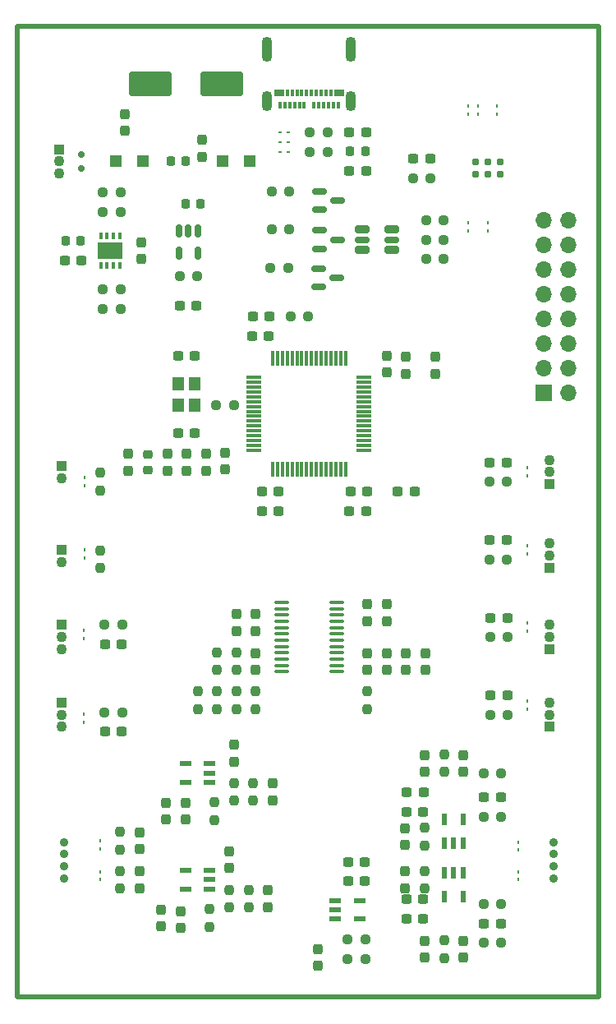
<source format=gbr>
%TF.GenerationSoftware,KiCad,Pcbnew,8.0.3*%
%TF.CreationDate,2024-06-18T17:24:28+01:00*%
%TF.ProjectId,Basic_DSP_V0_1,42617369-635f-4445-9350-5f56305f312e,rev?*%
%TF.SameCoordinates,Original*%
%TF.FileFunction,Copper,L1,Top*%
%TF.FilePolarity,Positive*%
%FSLAX46Y46*%
G04 Gerber Fmt 4.6, Leading zero omitted, Abs format (unit mm)*
G04 Created by KiCad (PCBNEW 8.0.3) date 2024-06-18 17:24:28*
%MOMM*%
%LPD*%
G01*
G04 APERTURE LIST*
G04 Aperture macros list*
%AMRoundRect*
0 Rectangle with rounded corners*
0 $1 Rounding radius*
0 $2 $3 $4 $5 $6 $7 $8 $9 X,Y pos of 4 corners*
0 Add a 4 corners polygon primitive as box body*
4,1,4,$2,$3,$4,$5,$6,$7,$8,$9,$2,$3,0*
0 Add four circle primitives for the rounded corners*
1,1,$1+$1,$2,$3*
1,1,$1+$1,$4,$5*
1,1,$1+$1,$6,$7*
1,1,$1+$1,$8,$9*
0 Add four rect primitives between the rounded corners*
20,1,$1+$1,$2,$3,$4,$5,0*
20,1,$1+$1,$4,$5,$6,$7,0*
20,1,$1+$1,$6,$7,$8,$9,0*
20,1,$1+$1,$8,$9,$2,$3,0*%
G04 Aperture macros list end*
%TA.AperFunction,SMDPad,CuDef*%
%ADD10RoundRect,0.237500X0.300000X0.237500X-0.300000X0.237500X-0.300000X-0.237500X0.300000X-0.237500X0*%
%TD*%
%TA.AperFunction,SMDPad,CuDef*%
%ADD11RoundRect,0.237500X-0.237500X0.300000X-0.237500X-0.300000X0.237500X-0.300000X0.237500X0.300000X0*%
%TD*%
%TA.AperFunction,SMDPad,CuDef*%
%ADD12RoundRect,0.237500X-0.300000X-0.237500X0.300000X-0.237500X0.300000X0.237500X-0.300000X0.237500X0*%
%TD*%
%TA.AperFunction,SMDPad,CuDef*%
%ADD13RoundRect,0.237500X0.237500X-0.300000X0.237500X0.300000X-0.237500X0.300000X-0.237500X-0.300000X0*%
%TD*%
%TA.AperFunction,SMDPad,CuDef*%
%ADD14RoundRect,0.250000X-1.950000X-1.000000X1.950000X-1.000000X1.950000X1.000000X-1.950000X1.000000X0*%
%TD*%
%TA.AperFunction,SMDPad,CuDef*%
%ADD15RoundRect,0.062500X0.062500X-0.117500X0.062500X0.117500X-0.062500X0.117500X-0.062500X-0.117500X0*%
%TD*%
%TA.AperFunction,SMDPad,CuDef*%
%ADD16RoundRect,0.237500X-0.250000X-0.237500X0.250000X-0.237500X0.250000X0.237500X-0.250000X0.237500X0*%
%TD*%
%TA.AperFunction,SMDPad,CuDef*%
%ADD17RoundRect,0.237500X0.237500X-0.250000X0.237500X0.250000X-0.237500X0.250000X-0.237500X-0.250000X0*%
%TD*%
%TA.AperFunction,SMDPad,CuDef*%
%ADD18RoundRect,0.160000X0.565000X0.240000X-0.565000X0.240000X-0.565000X-0.240000X0.565000X-0.240000X0*%
%TD*%
%TA.AperFunction,SMDPad,CuDef*%
%ADD19RoundRect,0.120000X0.605000X0.180000X-0.605000X0.180000X-0.605000X-0.180000X0.605000X-0.180000X0*%
%TD*%
%TA.AperFunction,SMDPad,CuDef*%
%ADD20RoundRect,0.237500X0.250000X0.237500X-0.250000X0.237500X-0.250000X-0.237500X0.250000X-0.237500X0*%
%TD*%
%TA.AperFunction,SMDPad,CuDef*%
%ADD21RoundRect,0.062500X0.117500X0.062500X-0.117500X0.062500X-0.117500X-0.062500X0.117500X-0.062500X0*%
%TD*%
%TA.AperFunction,SMDPad,CuDef*%
%ADD22RoundRect,0.150000X-0.587500X-0.150000X0.587500X-0.150000X0.587500X0.150000X-0.587500X0.150000X0*%
%TD*%
%TA.AperFunction,SMDPad,CuDef*%
%ADD23RoundRect,0.062500X-0.062500X0.117500X-0.062500X-0.117500X0.062500X-0.117500X0.062500X0.117500X0*%
%TD*%
%TA.AperFunction,ComponentPad*%
%ADD24R,1.100000X1.100000*%
%TD*%
%TA.AperFunction,ComponentPad*%
%ADD25C,1.100000*%
%TD*%
%TA.AperFunction,SMDPad,CuDef*%
%ADD26RoundRect,0.150000X0.200000X-0.150000X0.200000X0.150000X-0.200000X0.150000X-0.200000X-0.150000X0*%
%TD*%
%TA.AperFunction,SMDPad,CuDef*%
%ADD27RoundRect,0.237500X-0.237500X0.250000X-0.237500X-0.250000X0.237500X-0.250000X0.237500X0.250000X0*%
%TD*%
%TA.AperFunction,SMDPad,CuDef*%
%ADD28R,1.200000X0.600000*%
%TD*%
%TA.AperFunction,SMDPad,CuDef*%
%ADD29RoundRect,0.150000X-0.150000X0.512500X-0.150000X-0.512500X0.150000X-0.512500X0.150000X0.512500X0*%
%TD*%
%TA.AperFunction,SMDPad,CuDef*%
%ADD30RoundRect,0.218750X-0.218750X-0.256250X0.218750X-0.256250X0.218750X0.256250X-0.218750X0.256250X0*%
%TD*%
%TA.AperFunction,SMDPad,CuDef*%
%ADD31RoundRect,0.100000X-0.637500X-0.100000X0.637500X-0.100000X0.637500X0.100000X-0.637500X0.100000X0*%
%TD*%
%TA.AperFunction,SMDPad,CuDef*%
%ADD32R,1.200000X1.400000*%
%TD*%
%TA.AperFunction,SMDPad,CuDef*%
%ADD33RoundRect,0.225000X0.225000X0.250000X-0.225000X0.250000X-0.225000X-0.250000X0.225000X-0.250000X0*%
%TD*%
%TA.AperFunction,SMDPad,CuDef*%
%ADD34RoundRect,0.075000X-0.700000X-0.075000X0.700000X-0.075000X0.700000X0.075000X-0.700000X0.075000X0*%
%TD*%
%TA.AperFunction,SMDPad,CuDef*%
%ADD35RoundRect,0.075000X-0.075000X-0.700000X0.075000X-0.700000X0.075000X0.700000X-0.075000X0.700000X0*%
%TD*%
%TA.AperFunction,ComponentPad*%
%ADD36C,0.900000*%
%TD*%
%TA.AperFunction,SMDPad,CuDef*%
%ADD37R,1.200000X1.200000*%
%TD*%
%TA.AperFunction,SMDPad,CuDef*%
%ADD38R,0.350000X0.800000*%
%TD*%
%TA.AperFunction,SMDPad,CuDef*%
%ADD39R,2.500000X1.750000*%
%TD*%
%TA.AperFunction,ConnectorPad*%
%ADD40C,0.787400*%
%TD*%
%TA.AperFunction,SMDPad,CuDef*%
%ADD41R,0.600000X1.200000*%
%TD*%
%TA.AperFunction,ComponentPad*%
%ADD42R,1.700000X1.700000*%
%TD*%
%TA.AperFunction,ComponentPad*%
%ADD43O,1.700000X1.700000*%
%TD*%
%TA.AperFunction,SMDPad,CuDef*%
%ADD44RoundRect,0.218750X-0.256250X0.218750X-0.256250X-0.218750X0.256250X-0.218750X0.256250X0.218750X0*%
%TD*%
%TA.AperFunction,SMDPad,CuDef*%
%ADD45R,0.300000X0.700000*%
%TD*%
%TA.AperFunction,SMDPad,CuDef*%
%ADD46R,1.000000X0.700000*%
%TD*%
%TA.AperFunction,ComponentPad*%
%ADD47O,1.100000X2.100000*%
%TD*%
%TA.AperFunction,ComponentPad*%
%ADD48O,1.100000X2.600000*%
%TD*%
%TA.AperFunction,Profile*%
%ADD49C,0.500000*%
%TD*%
G04 APERTURE END LIST*
D10*
%TO.P,C76,1*%
%TO.N,+3.3V*%
X99412500Y-334000000D03*
%TO.P,C76,2*%
%TO.N,GND*%
X97687500Y-334000000D03*
%TD*%
%TO.P,C75,1*%
%TO.N,+3.3V*%
X100362500Y-354000000D03*
%TO.P,C75,2*%
%TO.N,GND*%
X98637500Y-354000000D03*
%TD*%
%TO.P,C72,1*%
%TO.N,+5VA*%
X109262500Y-390150000D03*
%TO.P,C72,2*%
%TO.N,GND*%
X107537500Y-390150000D03*
%TD*%
D11*
%TO.P,C71,1*%
%TO.N,+5VA*%
X88250000Y-395087500D03*
%TO.P,C71,2*%
%TO.N,GND*%
X88250000Y-396812500D03*
%TD*%
%TO.P,C70,1*%
%TO.N,+5VA*%
X88750000Y-384087500D03*
%TO.P,C70,2*%
%TO.N,GND*%
X88750000Y-385812500D03*
%TD*%
D10*
%TO.P,C69,1*%
%TO.N,+5VA*%
X115312500Y-383000000D03*
%TO.P,C69,2*%
%TO.N,GND*%
X113587500Y-383000000D03*
%TD*%
%TO.P,C68,1*%
%TO.N,+5VA*%
X115262500Y-396000000D03*
%TO.P,C68,2*%
%TO.N,GND*%
X113537500Y-396000000D03*
%TD*%
D12*
%TO.P,C67,1*%
%TO.N,+3.3V*%
X107637500Y-354000000D03*
%TO.P,C67,2*%
%TO.N,GND*%
X109362500Y-354000000D03*
%TD*%
D13*
%TO.P,C66,1*%
%TO.N,+3.3V*%
X113500000Y-339862500D03*
%TO.P,C66,2*%
%TO.N,GND*%
X113500000Y-338137500D03*
%TD*%
D11*
%TO.P,C65,1*%
%TO.N,+3V3_FILT*%
X92850000Y-348137500D03*
%TO.P,C65,2*%
%TO.N,GND*%
X92850000Y-349862500D03*
%TD*%
D13*
%TO.P,C52,1*%
%TO.N,Net-(U1-VCAP_2)*%
X116500000Y-339862500D03*
%TO.P,C52,2*%
%TO.N,GND*%
X116500000Y-338137500D03*
%TD*%
D12*
%TO.P,C51,1*%
%TO.N,Net-(U1-VCAP_1)*%
X112637500Y-352000000D03*
%TO.P,C51,2*%
%TO.N,GND*%
X114362500Y-352000000D03*
%TD*%
D11*
%TO.P,C49,1*%
%TO.N,Net-(U9-IN+)*%
X104400000Y-399137500D03*
%TO.P,C49,2*%
%TO.N,GND*%
X104400000Y-400862500D03*
%TD*%
D14*
%TO.P,C16,1*%
%TO.N,Net-(D2-K)*%
X87100000Y-310000000D03*
%TO.P,C16,2*%
%TO.N,GND*%
X94500000Y-310000000D03*
%TD*%
D12*
%TO.P,C15,1*%
%TO.N,+5VA*%
X90187500Y-332837500D03*
%TO.P,C15,2*%
%TO.N,GND*%
X91912500Y-332837500D03*
%TD*%
D13*
%TO.P,C11,1*%
%TO.N,Net-(D1-K)*%
X92500000Y-317500000D03*
%TO.P,C11,2*%
%TO.N,GND*%
X92500000Y-315775000D03*
%TD*%
%TO.P,C10,1*%
%TO.N,Net-(D2-K)*%
X84500000Y-314862500D03*
%TO.P,C10,2*%
%TO.N,GND*%
X84500000Y-313137500D03*
%TD*%
D11*
%TO.P,C9,1*%
%TO.N,Net-(U2-FIL+)*%
X115500000Y-368637500D03*
%TO.P,C9,2*%
%TO.N,GND*%
X115500000Y-370362500D03*
%TD*%
D15*
%TO.P,D12,1,A1*%
%TO.N,GND*%
X126000000Y-365580000D03*
%TO.P,D12,2,A2*%
%TO.N,Net-(D12-A2)*%
X126000000Y-366420000D03*
%TD*%
D16*
%TO.P,R26,1*%
%TO.N,/Connections/ADC_IN2*%
X122175000Y-367000000D03*
%TO.P,R26,2*%
%TO.N,Net-(D12-A2)*%
X124000000Y-367000000D03*
%TD*%
D11*
%TO.P,C56,1*%
%TO.N,+3V3*%
X84850000Y-348137500D03*
%TO.P,C56,2*%
%TO.N,GND*%
X84850000Y-349862500D03*
%TD*%
D17*
%TO.P,R5,1*%
%TO.N,GND*%
X98000000Y-374412500D03*
%TO.P,R5,2*%
%TO.N,Net-(U2-AD1{slash}CDIN{slash}MDIV1)*%
X98000000Y-372587500D03*
%TD*%
D16*
%TO.P,R36,1*%
%TO.N,Net-(U9-IN+)*%
X107487500Y-400150000D03*
%TO.P,R36,2*%
%TO.N,GND*%
X109312500Y-400150000D03*
%TD*%
%TO.P,R23,1*%
%TO.N,/Connections/ADC_IN5*%
X122087500Y-359000000D03*
%TO.P,R23,2*%
%TO.N,Net-(D10-A2)*%
X123912500Y-359000000D03*
%TD*%
D18*
%TO.P,D23,1,BA*%
%TO.N,Net-(D23-BA)*%
X112000000Y-327100000D03*
D19*
%TO.P,D23,2,RA*%
%TO.N,Net-(D23-RA)*%
X112000000Y-326050000D03*
D18*
%TO.P,D23,3,GA*%
%TO.N,Net-(D23-GA)*%
X112000000Y-325000000D03*
%TO.P,D23,4,GK*%
%TO.N,Net-(D23-GK)*%
X108950000Y-325000000D03*
D19*
%TO.P,D23,5,RK*%
%TO.N,Net-(D23-RK)*%
X108950000Y-326050000D03*
D18*
%TO.P,D23,6,BK*%
%TO.N,Net-(D23-BK)*%
X108950000Y-327100000D03*
%TD*%
D17*
%TO.P,R34,1*%
%TO.N,Net-(C47-Pad2)*%
X95250000Y-394862500D03*
%TO.P,R34,2*%
%TO.N,Net-(U10-IN+)*%
X95250000Y-393037500D03*
%TD*%
D13*
%TO.P,C62,1*%
%TO.N,+3.3V*%
X111500000Y-339725000D03*
%TO.P,C62,2*%
%TO.N,GND*%
X111500000Y-338000000D03*
%TD*%
D10*
%TO.P,C38,1*%
%TO.N,Net-(C33-Pad1)*%
X123262500Y-383500000D03*
%TO.P,C38,2*%
%TO.N,GND*%
X121537500Y-383500000D03*
%TD*%
D20*
%TO.P,R47,1*%
%TO.N,Net-(Q1-G)*%
X101325000Y-329000000D03*
%TO.P,R47,2*%
%TO.N,/Processor/LED_BLUE*%
X99500000Y-329000000D03*
%TD*%
%TO.P,R9,1*%
%TO.N,Net-(U3-SNS)*%
X84087500Y-333200000D03*
%TO.P,R9,2*%
%TO.N,GND*%
X82262500Y-333200000D03*
%TD*%
D21*
%TO.P,D24,1,A1*%
%TO.N,GND*%
X100500000Y-316000000D03*
%TO.P,D24,2,A2*%
%TO.N,/Connections/USB_D-*%
X101340000Y-316000000D03*
%TD*%
D12*
%TO.P,C23,1*%
%TO.N,/Connections/ADC_IN0*%
X82437500Y-367750000D03*
%TO.P,C23,2*%
%TO.N,GND*%
X84162500Y-367750000D03*
%TD*%
D16*
%TO.P,R46,1*%
%TO.N,Net-(D23-BA)*%
X115562500Y-328050000D03*
%TO.P,R46,2*%
%TO.N,+5V*%
X117387500Y-328050000D03*
%TD*%
D20*
%TO.P,R13,1*%
%TO.N,/Connections/ADC_IN1*%
X84212500Y-374750000D03*
%TO.P,R13,2*%
%TO.N,Net-(D4-A2)*%
X82387500Y-374750000D03*
%TD*%
D10*
%TO.P,C12,1*%
%TO.N,+3.3V*%
X99362500Y-336000000D03*
%TO.P,C12,2*%
%TO.N,GND*%
X97637500Y-336000000D03*
%TD*%
D12*
%TO.P,C40,1*%
%TO.N,/Connections/ADC_IN3*%
X122225000Y-373000000D03*
%TO.P,C40,2*%
%TO.N,GND*%
X123950000Y-373000000D03*
%TD*%
D11*
%TO.P,C4,1*%
%TO.N,+3V3*%
X96000000Y-364637500D03*
%TO.P,C4,2*%
%TO.N,GND*%
X96000000Y-366362500D03*
%TD*%
D22*
%TO.P,Q1,1,G*%
%TO.N,Net-(Q1-G)*%
X104475000Y-329050000D03*
%TO.P,Q1,2,S*%
%TO.N,GND*%
X104475000Y-330950000D03*
%TO.P,Q1,3,D*%
%TO.N,Net-(D23-BK)*%
X106350000Y-330000000D03*
%TD*%
D16*
%TO.P,R21,1*%
%TO.N,/Connections/ADC_IN4*%
X122087500Y-351000000D03*
%TO.P,R21,2*%
%TO.N,Net-(D8-A2)*%
X123912500Y-351000000D03*
%TD*%
D23*
%TO.P,D22,1,A1*%
%TO.N,GND*%
X80375000Y-358840000D03*
%TO.P,D22,2,A2*%
%TO.N,/Connections/SWITCH_1*%
X80375000Y-358000000D03*
%TD*%
D10*
%TO.P,C13,1*%
%TO.N,+3V3*%
X80037500Y-328200000D03*
%TO.P,C13,2*%
%TO.N,GND*%
X78312500Y-328200000D03*
%TD*%
D24*
%TO.P,J2,1,1*%
%TO.N,+3V3*%
X78000000Y-365750000D03*
D25*
%TO.P,J2,2,2*%
%TO.N,Net-(D25-A2)*%
X78000000Y-367000000D03*
%TO.P,J2,3,3*%
%TO.N,GND*%
X78000000Y-368250000D03*
%TD*%
D12*
%TO.P,C37,1*%
%TO.N,/Connections/ADC_IN5*%
X122137500Y-357000000D03*
%TO.P,C37,2*%
%TO.N,GND*%
X123862500Y-357000000D03*
%TD*%
D17*
%TO.P,R41,1*%
%TO.N,+3.3V*%
X82000000Y-351912500D03*
%TO.P,R41,2*%
%TO.N,/Connections/SWITCH_0*%
X82000000Y-350087500D03*
%TD*%
D16*
%TO.P,R39,1*%
%TO.N,GND*%
X103587500Y-315000000D03*
%TO.P,R39,2*%
%TO.N,Net-(J13-CC2)*%
X105412500Y-315000000D03*
%TD*%
D26*
%TO.P,D3,1,K*%
%TO.N,VCC*%
X80000000Y-317300000D03*
%TO.P,D3,2,A*%
%TO.N,GND*%
X80000000Y-318700000D03*
%TD*%
D17*
%TO.P,R42,1*%
%TO.N,+3.3V*%
X82000000Y-359912500D03*
%TO.P,R42,2*%
%TO.N,/Connections/SWITCH_1*%
X82000000Y-358087500D03*
%TD*%
D27*
%TO.P,R50,1*%
%TO.N,GND*%
X94000000Y-368587500D03*
%TO.P,R50,2*%
%TO.N,/CODEC/I2S_ADC_OUT*%
X94000000Y-370412500D03*
%TD*%
D22*
%TO.P,Q3,1,G*%
%TO.N,Net-(Q3-G)*%
X104537500Y-321100000D03*
%TO.P,Q3,2,S*%
%TO.N,GND*%
X104537500Y-323000000D03*
%TO.P,Q3,3,D*%
%TO.N,Net-(D23-GK)*%
X106412500Y-322050000D03*
%TD*%
D24*
%TO.P,J8,1,1*%
%TO.N,+3V3*%
X128300000Y-359875000D03*
D25*
%TO.P,J8,2,2*%
%TO.N,Net-(D10-A2)*%
X128300000Y-358625000D03*
%TO.P,J8,3,3*%
%TO.N,GND*%
X128300000Y-357375000D03*
%TD*%
D23*
%TO.P,D14,1,A1*%
%TO.N,GND*%
X82000000Y-388840000D03*
%TO.P,D14,2,A2*%
%TO.N,/Analogue/AUDIO_OUT_L*%
X82000000Y-388000000D03*
%TD*%
D28*
%TO.P,U9,1,OUT*%
%TO.N,+VREF*%
X106200000Y-394125000D03*
%TO.P,U9,2,V-*%
%TO.N,GND*%
X106200000Y-395075000D03*
%TO.P,U9,3,IN+*%
%TO.N,Net-(U9-IN+)*%
X106200000Y-396025000D03*
%TO.P,U9,4,IN-*%
%TO.N,+VREF*%
X108700000Y-396025000D03*
%TO.P,U9,5,V+*%
%TO.N,+5VA*%
X108700000Y-394125000D03*
%TD*%
D17*
%TO.P,R31,1*%
%TO.N,GND*%
X84000000Y-388912500D03*
%TO.P,R31,2*%
%TO.N,/Analogue/AUDIO_OUT_L*%
X84000000Y-387087500D03*
%TD*%
D29*
%TO.P,U5,1,IN*%
%TO.N,Net-(D1-K)*%
X92000000Y-325200000D03*
%TO.P,U5,2,GND*%
%TO.N,GND*%
X91050000Y-325200000D03*
%TO.P,U5,3,EN*%
%TO.N,/Power/V_ENABLE*%
X90100000Y-325200000D03*
%TO.P,U5,4,NC*%
%TO.N,unconnected-(U5-NC-Pad4)*%
X90100000Y-327475000D03*
%TO.P,U5,5,OUT*%
%TO.N,+5V*%
X92000000Y-327475000D03*
%TD*%
D30*
%TO.P,FB2,1*%
%TO.N,VBUS*%
X107712500Y-316955000D03*
%TO.P,FB2,2*%
%TO.N,Net-(C55-Pad1)*%
X109287500Y-316955000D03*
%TD*%
D21*
%TO.P,D26,1,A1*%
%TO.N,GND*%
X100500000Y-317000000D03*
%TO.P,D26,2,A2*%
%TO.N,/Connections/USB_D+*%
X101340000Y-317000000D03*
%TD*%
D17*
%TO.P,R14,1*%
%TO.N,+VREF*%
X117400000Y-400050000D03*
%TO.P,R14,2*%
%TO.N,Net-(U6-IN+)*%
X117400000Y-398225000D03*
%TD*%
D11*
%TO.P,C46,1*%
%TO.N,+5VA*%
X90250000Y-395225000D03*
%TO.P,C46,2*%
%TO.N,GND*%
X90250000Y-396950000D03*
%TD*%
D20*
%TO.P,R12,1*%
%TO.N,/Connections/ADC_IN0*%
X84212500Y-365750000D03*
%TO.P,R12,2*%
%TO.N,Net-(D25-A2)*%
X82387500Y-365750000D03*
%TD*%
D30*
%TO.P,FB1,1*%
%TO.N,Net-(D2-K)*%
X89212500Y-318000000D03*
%TO.P,FB1,2*%
%TO.N,Net-(D1-K)*%
X90787500Y-318000000D03*
%TD*%
D12*
%TO.P,C35,1*%
%TO.N,/Connections/ADC_IN4*%
X122137500Y-349000000D03*
%TO.P,C35,2*%
%TO.N,GND*%
X123862500Y-349000000D03*
%TD*%
%TO.P,C61,1*%
%TO.N,+3.3V*%
X107775000Y-352000000D03*
%TO.P,C61,2*%
%TO.N,GND*%
X109500000Y-352000000D03*
%TD*%
D13*
%TO.P,C2,1*%
%TO.N,+5VA*%
X111500000Y-365362500D03*
%TO.P,C2,2*%
%TO.N,GND*%
X111500000Y-363637500D03*
%TD*%
D16*
%TO.P,R22,1*%
%TO.N,/Analogue/AUDIO_IN_R*%
X121487500Y-385500000D03*
%TO.P,R22,2*%
%TO.N,Net-(C33-Pad1)*%
X123312500Y-385500000D03*
%TD*%
D31*
%TO.P,U2,1,SDIN*%
%TO.N,/CODEC/I2S_DAC_IN*%
X100637500Y-363425000D03*
%TO.P,U2,2,LRCLK*%
%TO.N,/CODEC/I2S_WCLK*%
X100637500Y-364075000D03*
%TO.P,U2,3,MCLK*%
%TO.N,/CODEC/I2S_MCLK*%
X100637500Y-364725000D03*
%TO.P,U2,4,SCLK*%
%TO.N,/CODEC/I2S_BCLK*%
X100637500Y-365375000D03*
%TO.P,U2,5,VD*%
%TO.N,+3V3*%
X100637500Y-366025000D03*
%TO.P,U2,6,DGND*%
%TO.N,GND*%
X100637500Y-366675000D03*
%TO.P,U2,7,SDOUT*%
%TO.N,/CODEC/CODEC_OUT*%
X100637500Y-367325000D03*
%TO.P,U2,8,VLC*%
%TO.N,+3V3*%
X100637500Y-367975000D03*
%TO.P,U2,9,SDA/CDOUT/M1*%
%TO.N,/CODEC/I2C1_SDA*%
X100637500Y-368625000D03*
%TO.P,U2,10,SCL/CCLK/M0*%
%TO.N,/CODEC/I2C1_SCL*%
X100637500Y-369275000D03*
%TO.P,U2,11,AD0/~{CS}/I2S/~{LJ}*%
%TO.N,Net-(U2-AD0{slash}~{CS}{slash}I2S{slash}~{LJ})*%
X100637500Y-369925000D03*
%TO.P,U2,12,AD1/CDIN/MDIV1*%
%TO.N,Net-(U2-AD1{slash}CDIN{slash}MDIV1)*%
X100637500Y-370575000D03*
%TO.P,U2,13,AD2/MDIV2*%
%TO.N,Net-(U2-AD2{slash}MDIV2)*%
X106362500Y-370575000D03*
%TO.P,U2,14,~{RST}*%
%TO.N,/CODEC/CODEC_~{RST}*%
X106362500Y-369925000D03*
%TO.P,U2,15,AINA*%
%TO.N,/Analogue/CODEC_IN_L*%
X106362500Y-369275000D03*
%TO.P,U2,16,AINB*%
%TO.N,/Analogue/CODEC_IN_R*%
X106362500Y-368625000D03*
%TO.P,U2,17,VQ*%
%TO.N,Net-(U2-VQ)*%
X106362500Y-367975000D03*
%TO.P,U2,18,FIL+*%
%TO.N,Net-(U2-FIL+)*%
X106362500Y-367325000D03*
%TO.P,U2,19,VA*%
%TO.N,+5VA*%
X106362500Y-366675000D03*
%TO.P,U2,20,AGND*%
%TO.N,GND*%
X106362500Y-366025000D03*
%TO.P,U2,21,~{MUTEA}*%
%TO.N,unconnected-(U2-~{MUTEA}-Pad21)*%
X106362500Y-365375000D03*
%TO.P,U2,22,OUTA*%
%TO.N,/Analogue/CODEC_OUT_L*%
X106362500Y-364725000D03*
%TO.P,U2,23,OUTB*%
%TO.N,/Analogue/CODEC_OUT_R*%
X106362500Y-364075000D03*
%TO.P,U2,24,~{MUTEB}*%
%TO.N,unconnected-(U2-~{MUTEB}-Pad24)*%
X106362500Y-363425000D03*
%TD*%
D17*
%TO.P,R29,1*%
%TO.N,Net-(C42-Pad2)*%
X95750000Y-383862500D03*
%TO.P,R29,2*%
%TO.N,Net-(U8-IN+)*%
X95750000Y-382037500D03*
%TD*%
%TO.P,R16,1*%
%TO.N,Net-(U6-IN-)*%
X115400000Y-392912500D03*
%TO.P,R16,2*%
%TO.N,Net-(C27-Pad1)*%
X115400000Y-391087500D03*
%TD*%
D20*
%TO.P,R25,1*%
%TO.N,Net-(C33-Pad1)*%
X123312500Y-381000000D03*
%TO.P,R25,2*%
%TO.N,GND*%
X121487500Y-381000000D03*
%TD*%
D12*
%TO.P,C54,1*%
%TO.N,VBUS*%
X107637500Y-319000000D03*
%TO.P,C54,2*%
%TO.N,GND*%
X109362500Y-319000000D03*
%TD*%
D32*
%TO.P,Y1,1,1*%
%TO.N,/Processor/MCU_CLK_OUT*%
X91700000Y-343100000D03*
%TO.P,Y1,2,2*%
%TO.N,GND*%
X91700000Y-340900000D03*
%TO.P,Y1,3,3*%
%TO.N,/Processor/MCU_CKL_IN*%
X90000000Y-340900000D03*
%TO.P,Y1,4,4*%
%TO.N,GND*%
X90000000Y-343100000D03*
%TD*%
D13*
%TO.P,C28,1*%
%TO.N,GND*%
X115400000Y-400000000D03*
%TO.P,C28,2*%
%TO.N,Net-(C27-Pad1)*%
X115400000Y-398275000D03*
%TD*%
D16*
%TO.P,R7,1*%
%TO.N,+3V3*%
X82262500Y-331200000D03*
%TO.P,R7,2*%
%TO.N,Net-(U3-SNS)*%
X84087500Y-331200000D03*
%TD*%
D15*
%TO.P,D8,1,A1*%
%TO.N,GND*%
X126000000Y-349580000D03*
%TO.P,D8,2,A2*%
%TO.N,Net-(D8-A2)*%
X126000000Y-350420000D03*
%TD*%
D16*
%TO.P,R49,1*%
%TO.N,Net-(Q3-G)*%
X99625000Y-321100000D03*
%TO.P,R49,2*%
%TO.N,/Processor/LED_GREEN*%
X101450000Y-321100000D03*
%TD*%
D10*
%TO.P,C55,1*%
%TO.N,Net-(C55-Pad1)*%
X109362500Y-315000000D03*
%TO.P,C55,2*%
%TO.N,GND*%
X107637500Y-315000000D03*
%TD*%
D13*
%TO.P,C57,1*%
%TO.N,+3V3_FILT*%
X88880000Y-349862500D03*
%TO.P,C57,2*%
%TO.N,GND*%
X88880000Y-348137500D03*
%TD*%
D17*
%TO.P,R4,1*%
%TO.N,GND*%
X109500000Y-374412500D03*
%TO.P,R4,2*%
%TO.N,Net-(U2-AD2{slash}MDIV2)*%
X109500000Y-372587500D03*
%TD*%
D11*
%TO.P,C6,1*%
%TO.N,Net-(U2-VQ)*%
X111500000Y-368637500D03*
%TO.P,C6,2*%
%TO.N,GND*%
X111500000Y-370362500D03*
%TD*%
D15*
%TO.P,D9,1,A1*%
%TO.N,GND*%
X125100000Y-388110000D03*
%TO.P,D9,2,A2*%
%TO.N,/Analogue/AUDIO_IN_R*%
X125100000Y-388950000D03*
%TD*%
D33*
%TO.P,C73,1*%
%TO.N,Net-(D1-K)*%
X79950000Y-326200000D03*
%TO.P,C73,2*%
%TO.N,GND*%
X78400000Y-326200000D03*
%TD*%
D23*
%TO.P,D4,1,A1*%
%TO.N,GND*%
X80300000Y-375750000D03*
%TO.P,D4,2,A2*%
%TO.N,Net-(D4-A2)*%
X80300000Y-374910000D03*
%TD*%
D27*
%TO.P,R35,1*%
%TO.N,Net-(U10-IN-)*%
X93250000Y-395037500D03*
%TO.P,R35,2*%
%TO.N,Net-(C48-Pad1)*%
X93250000Y-396862500D03*
%TD*%
D33*
%TO.P,C74,1*%
%TO.N,Net-(D1-K)*%
X92325000Y-322337500D03*
%TO.P,C74,2*%
%TO.N,GND*%
X90775000Y-322337500D03*
%TD*%
D24*
%TO.P,J7,1,1*%
%TO.N,+3V3*%
X128300000Y-351250000D03*
D25*
%TO.P,J7,2,2*%
%TO.N,Net-(D8-A2)*%
X128300000Y-350000000D03*
%TO.P,J7,3,3*%
%TO.N,GND*%
X128300000Y-348750000D03*
%TD*%
D10*
%TO.P,C59,1*%
%TO.N,/Processor/MCU_CLK_OUT*%
X91712500Y-346000000D03*
%TO.P,C59,2*%
%TO.N,GND*%
X89987500Y-346000000D03*
%TD*%
D27*
%TO.P,R3,1*%
%TO.N,/CODEC/I2C1_SCL*%
X94000000Y-372587500D03*
%TO.P,R3,2*%
%TO.N,+3V3*%
X94000000Y-374412500D03*
%TD*%
%TO.P,R20,1*%
%TO.N,+VREF*%
X117400000Y-379087500D03*
%TO.P,R20,2*%
%TO.N,Net-(U7-IN+)*%
X117400000Y-380912500D03*
%TD*%
D34*
%TO.P,U1,1,VBAT*%
%TO.N,unconnected-(U1-VBAT-Pad1)*%
X97825000Y-340250000D03*
%TO.P,U1,2,PC13*%
%TO.N,unconnected-(U1-PC13-Pad2)*%
X97825000Y-340750000D03*
%TO.P,U1,3,PC14*%
%TO.N,unconnected-(U1-PC14-Pad3)*%
X97825000Y-341250000D03*
%TO.P,U1,4,PC15*%
%TO.N,unconnected-(U1-PC15-Pad4)*%
X97825000Y-341750000D03*
%TO.P,U1,5,PH0*%
%TO.N,/Processor/MCU_CKL_IN*%
X97825000Y-342250000D03*
%TO.P,U1,6,PH1*%
%TO.N,Net-(U1-PH1)*%
X97825000Y-342750000D03*
%TO.P,U1,7,NRST*%
%TO.N,/Processor/MCU_~{RST}*%
X97825000Y-343250000D03*
%TO.P,U1,8,PC0*%
%TO.N,unconnected-(U1-PC0-Pad8)*%
X97825000Y-343750000D03*
%TO.P,U1,9,PC1*%
%TO.N,unconnected-(U1-PC1-Pad9)*%
X97825000Y-344250000D03*
%TO.P,U1,10,PC2*%
%TO.N,/CODEC/I2S_ADC_OUT*%
X97825000Y-344750000D03*
%TO.P,U1,11,PC3*%
%TO.N,/CODEC/I2S_DAC_IN*%
X97825000Y-345250000D03*
%TO.P,U1,12,VSSA*%
%TO.N,GND*%
X97825000Y-345750000D03*
%TO.P,U1,13,VDDA*%
%TO.N,+3V3_FILT*%
X97825000Y-346250000D03*
%TO.P,U1,14,PA0*%
%TO.N,/Connections/ADC_IN0*%
X97825000Y-346750000D03*
%TO.P,U1,15,PA1*%
%TO.N,/Connections/ADC_IN1*%
X97825000Y-347250000D03*
%TO.P,U1,16,PA2*%
%TO.N,/Connections/ADC_IN2*%
X97825000Y-347750000D03*
D35*
%TO.P,U1,17,PA3*%
%TO.N,/Connections/ADC_IN3*%
X99750000Y-349675000D03*
%TO.P,U1,18,VSS*%
%TO.N,GND*%
X100250000Y-349675000D03*
%TO.P,U1,19,VDD*%
%TO.N,+3.3V*%
X100750000Y-349675000D03*
%TO.P,U1,20,PA4*%
%TO.N,/Connections/ADC_IN4*%
X101250000Y-349675000D03*
%TO.P,U1,21,PA5*%
%TO.N,/Connections/ADC_IN5*%
X101750000Y-349675000D03*
%TO.P,U1,22,PA6*%
%TO.N,unconnected-(U1-PA6-Pad22)*%
X102250000Y-349675000D03*
%TO.P,U1,23,PA7*%
%TO.N,unconnected-(U1-PA7-Pad23)*%
X102750000Y-349675000D03*
%TO.P,U1,24,PC4*%
%TO.N,/Connections/SWITCH_0*%
X103250000Y-349675000D03*
%TO.P,U1,25,PC5*%
%TO.N,/Connections/SWITCH_1*%
X103750000Y-349675000D03*
%TO.P,U1,26,PB0*%
%TO.N,/Connections/GPIO0*%
X104250000Y-349675000D03*
%TO.P,U1,27,PB1*%
%TO.N,/Connections/GPIO1*%
X104750000Y-349675000D03*
%TO.P,U1,28,PB2*%
%TO.N,/Connections/GPIO2*%
X105250000Y-349675000D03*
%TO.P,U1,29,PB10*%
%TO.N,/CODEC/I2S_BCLK*%
X105750000Y-349675000D03*
%TO.P,U1,30,PB11*%
%TO.N,/CODEC/CODEC_~{RST}*%
X106250000Y-349675000D03*
%TO.P,U1,31,VCAP_1*%
%TO.N,Net-(U1-VCAP_1)*%
X106750000Y-349675000D03*
%TO.P,U1,32,VDD*%
%TO.N,+3.3V*%
X107250000Y-349675000D03*
D34*
%TO.P,U1,33,PB12*%
%TO.N,/Connections/GPIO4*%
X109175000Y-347750000D03*
%TO.P,U1,34,PB13*%
%TO.N,/Connections/GPIO5*%
X109175000Y-347250000D03*
%TO.P,U1,35,PB14*%
%TO.N,/Connections/GPIO6*%
X109175000Y-346750000D03*
%TO.P,U1,36,PB15*%
%TO.N,/Connections/GPIO7*%
X109175000Y-346250000D03*
%TO.P,U1,37,PC6*%
%TO.N,/CODEC/I2S_MCLK*%
X109175000Y-345750000D03*
%TO.P,U1,38,PC7*%
%TO.N,/Connections/GPIO8*%
X109175000Y-345250000D03*
%TO.P,U1,39,PC8*%
%TO.N,/Connections/GPIO9*%
X109175000Y-344750000D03*
%TO.P,U1,40,PC9*%
%TO.N,/Connections/GPIO10*%
X109175000Y-344250000D03*
%TO.P,U1,41,PA8*%
%TO.N,/Connections/GPIO11*%
X109175000Y-343750000D03*
%TO.P,U1,42,PA9*%
%TO.N,unconnected-(U1-PA9-Pad42)*%
X109175000Y-343250000D03*
%TO.P,U1,43,PA10*%
%TO.N,unconnected-(U1-PA10-Pad43)*%
X109175000Y-342750000D03*
%TO.P,U1,44,PA11*%
%TO.N,/Connections/USB_D-*%
X109175000Y-342250000D03*
%TO.P,U1,45,PA12*%
%TO.N,/Connections/USB_D+*%
X109175000Y-341750000D03*
%TO.P,U1,46,PA13*%
%TO.N,/Processor/SWDIO*%
X109175000Y-341250000D03*
%TO.P,U1,47,VCAP_2*%
%TO.N,Net-(U1-VCAP_2)*%
X109175000Y-340750000D03*
%TO.P,U1,48,VDD*%
%TO.N,+3.3V*%
X109175000Y-340250000D03*
D35*
%TO.P,U1,49,PA14*%
%TO.N,/Processor/SWCLK*%
X107250000Y-338325000D03*
%TO.P,U1,50,PA15*%
%TO.N,unconnected-(U1-PA15-Pad50)*%
X106750000Y-338325000D03*
%TO.P,U1,51,PC10*%
%TO.N,/Processor/LED_BLUE*%
X106250000Y-338325000D03*
%TO.P,U1,52,PC11*%
%TO.N,/Processor/LED_RED*%
X105750000Y-338325000D03*
%TO.P,U1,53,PC12*%
%TO.N,/Processor/LED_GREEN*%
X105250000Y-338325000D03*
%TO.P,U1,54,PD2*%
%TO.N,unconnected-(U1-PD2-Pad54)*%
X104750000Y-338325000D03*
%TO.P,U1,55,PB3*%
%TO.N,/Processor/SWO*%
X104250000Y-338325000D03*
%TO.P,U1,56,PB4*%
%TO.N,/Connections/GPIO3*%
X103750000Y-338325000D03*
%TO.P,U1,57,PB5*%
%TO.N,unconnected-(U1-PB5-Pad57)*%
X103250000Y-338325000D03*
%TO.P,U1,58,PB6*%
%TO.N,/CODEC/I2C1_SCL*%
X102750000Y-338325000D03*
%TO.P,U1,59,PB7*%
%TO.N,/CODEC/I2C1_SDA*%
X102250000Y-338325000D03*
%TO.P,U1,60,BOOT0*%
%TO.N,Net-(U1-BOOT0)*%
X101750000Y-338325000D03*
%TO.P,U1,61,PB8*%
%TO.N,unconnected-(U1-PB8-Pad61)*%
X101250000Y-338325000D03*
%TO.P,U1,62,PB9*%
%TO.N,/CODEC/I2S_WCLK*%
X100750000Y-338325000D03*
%TO.P,U1,63,VSS*%
%TO.N,GND*%
X100250000Y-338325000D03*
%TO.P,U1,64,VDD*%
%TO.N,+3.3V*%
X99750000Y-338325000D03*
%TD*%
D11*
%TO.P,C8,1*%
%TO.N,Net-(U2-FIL+)*%
X113500000Y-368637500D03*
%TO.P,C8,2*%
%TO.N,GND*%
X113500000Y-370362500D03*
%TD*%
D10*
%TO.P,C32,1*%
%TO.N,+5VA*%
X115262500Y-385000000D03*
%TO.P,C32,2*%
%TO.N,GND*%
X113537500Y-385000000D03*
%TD*%
D36*
%TO.P,J11,1,1*%
%TO.N,/Analogue/AUDIO_OUT_L*%
X78275000Y-388125000D03*
%TO.P,J11,2,2*%
%TO.N,GND*%
X78275000Y-389375000D03*
%TO.P,J11,3,3*%
%TO.N,/Analogue/AUDIO_OUT_R*%
X78275000Y-390625000D03*
%TO.P,J11,4,4*%
%TO.N,GND*%
X78275000Y-391875000D03*
%TD*%
D23*
%TO.P,D16,1,A1*%
%TO.N,GND*%
X119900000Y-325120000D03*
%TO.P,D16,2,A2*%
%TO.N,+3V3*%
X119900000Y-324280000D03*
%TD*%
D24*
%TO.P,J15,1,1*%
%TO.N,/Connections/SWITCH_1*%
X78000000Y-358000000D03*
D25*
%TO.P,J15,2,2*%
%TO.N,GND*%
X78000000Y-359250000D03*
%TD*%
D37*
%TO.P,D1,1,K*%
%TO.N,Net-(D1-K)*%
X94600000Y-318000000D03*
%TO.P,D1,2,A*%
%TO.N,VBUS_FILT*%
X97400000Y-318000000D03*
%TD*%
D23*
%TO.P,D13,1,A1*%
%TO.N,GND*%
X80375000Y-351420000D03*
%TO.P,D13,2,A2*%
%TO.N,/Connections/SWITCH_0*%
X80375000Y-350580000D03*
%TD*%
D16*
%TO.P,R45,1*%
%TO.N,Net-(D23-RA)*%
X115562500Y-326050000D03*
%TO.P,R45,2*%
%TO.N,+5V*%
X117387500Y-326050000D03*
%TD*%
D11*
%TO.P,C34,1*%
%TO.N,Net-(C34-Pad1)*%
X113400000Y-386707500D03*
%TO.P,C34,2*%
%TO.N,/Analogue/CODEC_IN_R*%
X113400000Y-388432500D03*
%TD*%
D10*
%TO.P,C63,1*%
%TO.N,+3.3V*%
X100362500Y-352000000D03*
%TO.P,C63,2*%
%TO.N,GND*%
X98637500Y-352000000D03*
%TD*%
D12*
%TO.P,C39,1*%
%TO.N,/Connections/ADC_IN2*%
X122225000Y-365000000D03*
%TO.P,C39,2*%
%TO.N,GND*%
X123950000Y-365000000D03*
%TD*%
D16*
%TO.P,R38,1*%
%TO.N,/Processor/nRESET*%
X114212500Y-319700000D03*
%TO.P,R38,2*%
%TO.N,/Processor/MCU_~{RST}*%
X116037500Y-319700000D03*
%TD*%
D38*
%TO.P,U3,1,OUT*%
%TO.N,+3V3*%
X82025000Y-328700000D03*
%TO.P,U3,2,NC_1*%
%TO.N,unconnected-(U3-NC_1-Pad2)*%
X82675000Y-328700000D03*
%TO.P,U3,3,SNS*%
%TO.N,Net-(U3-SNS)*%
X83325000Y-328700000D03*
%TO.P,U3,4,GND_1*%
%TO.N,GND*%
X83975000Y-328700000D03*
%TO.P,U3,5,EN*%
%TO.N,/Power/V_ENABLE*%
X83975000Y-325700000D03*
%TO.P,U3,6,GND_2*%
%TO.N,GND*%
X83325000Y-325700000D03*
%TO.P,U3,7,NC_2*%
%TO.N,unconnected-(U3-NC_2-Pad7)*%
X82675000Y-325700000D03*
%TO.P,U3,8,IN*%
%TO.N,Net-(D1-K)*%
X82025000Y-325700000D03*
D39*
%TO.P,U3,9,EP*%
%TO.N,GND*%
X83000000Y-327200000D03*
%TD*%
D20*
%TO.P,R10,1*%
%TO.N,/Power/V_ENABLE*%
X84087500Y-321200000D03*
%TO.P,R10,2*%
%TO.N,GND*%
X82262500Y-321200000D03*
%TD*%
D40*
%TO.P,J12,1,VCC*%
%TO.N,+3V3*%
X120630000Y-319335000D03*
%TO.P,J12,2,SWDIO*%
%TO.N,/Processor/SWDIO*%
X120630000Y-318065000D03*
%TO.P,J12,3,~{RESET}*%
%TO.N,/Processor/nRESET*%
X121900000Y-319335000D03*
%TO.P,J12,4,SWCLK*%
%TO.N,/Processor/SWCLK*%
X121900000Y-318065000D03*
%TO.P,J12,5,GND*%
%TO.N,GND*%
X123170000Y-319335000D03*
%TO.P,J12,6,SWO*%
%TO.N,/Processor/SWO*%
X123170000Y-318065000D03*
%TD*%
D15*
%TO.P,D6,1,A1*%
%TO.N,GND*%
X125100000Y-391160000D03*
%TO.P,D6,2,A2*%
%TO.N,/Analogue/AUDIO_IN_L*%
X125100000Y-392000000D03*
%TD*%
D11*
%TO.P,C64,1*%
%TO.N,+3V3_FILT*%
X94850000Y-348000000D03*
%TO.P,C64,2*%
%TO.N,GND*%
X94850000Y-349725000D03*
%TD*%
%TO.P,C14,1*%
%TO.N,/Power/V_ENABLE*%
X86175000Y-326337500D03*
%TO.P,C14,2*%
%TO.N,GND*%
X86175000Y-328062500D03*
%TD*%
D41*
%TO.P,U6,1,OUT*%
%TO.N,Net-(U6-IN-)*%
X119350000Y-391250000D03*
%TO.P,U6,2,V-*%
%TO.N,GND*%
X118400000Y-391250000D03*
%TO.P,U6,3,IN+*%
%TO.N,Net-(U6-IN+)*%
X117450000Y-391250000D03*
%TO.P,U6,4,IN-*%
%TO.N,Net-(U6-IN-)*%
X117450000Y-393750000D03*
%TO.P,U6,5,V+*%
%TO.N,+5VA*%
X119350000Y-393750000D03*
%TD*%
D11*
%TO.P,C3,1*%
%TO.N,+3V3*%
X98000000Y-368637500D03*
%TO.P,C3,2*%
%TO.N,GND*%
X98000000Y-370362500D03*
%TD*%
D27*
%TO.P,R1,1*%
%TO.N,/CODEC/CODEC_OUT*%
X96000000Y-368587500D03*
%TO.P,R1,2*%
%TO.N,/CODEC/I2S_ADC_OUT*%
X96000000Y-370412500D03*
%TD*%
D15*
%TO.P,D11,1,A1*%
%TO.N,GND*%
X126000000Y-373580000D03*
%TO.P,D11,2,A2*%
%TO.N,Net-(D11-A2)*%
X126000000Y-374420000D03*
%TD*%
D24*
%TO.P,J1,1,1*%
%TO.N,VCC*%
X77700000Y-316750000D03*
D25*
%TO.P,J1,2,2*%
%TO.N,unconnected-(J1-Pad2)*%
X77700000Y-318000000D03*
%TO.P,J1,3,3*%
%TO.N,GND*%
X77700000Y-319250000D03*
%TD*%
D11*
%TO.P,C7,1*%
%TO.N,Net-(U2-VQ)*%
X109500000Y-368637500D03*
%TO.P,C7,2*%
%TO.N,GND*%
X109500000Y-370362500D03*
%TD*%
D10*
%TO.P,C24,1*%
%TO.N,/Connections/ADC_IN1*%
X84162500Y-376750000D03*
%TO.P,C24,2*%
%TO.N,GND*%
X82437500Y-376750000D03*
%TD*%
D20*
%TO.P,R11,1*%
%TO.N,+5V*%
X91962500Y-329837500D03*
%TO.P,R11,2*%
%TO.N,+5VA*%
X90137500Y-329837500D03*
%TD*%
D16*
%TO.P,R15,1*%
%TO.N,/Analogue/AUDIO_IN_L*%
X121487500Y-394500000D03*
%TO.P,R15,2*%
%TO.N,Net-(C26-Pad1)*%
X123312500Y-394500000D03*
%TD*%
D11*
%TO.P,C41,1*%
%TO.N,+5VA*%
X90750000Y-384087500D03*
%TO.P,C41,2*%
%TO.N,GND*%
X90750000Y-385812500D03*
%TD*%
D28*
%TO.P,U8,1,OUT*%
%TO.N,Net-(U8-IN-)*%
X93250000Y-381950000D03*
%TO.P,U8,2,V-*%
%TO.N,GND*%
X93250000Y-381000000D03*
%TO.P,U8,3,IN+*%
%TO.N,Net-(U8-IN+)*%
X93250000Y-380050000D03*
%TO.P,U8,4,IN-*%
%TO.N,Net-(U8-IN-)*%
X90750000Y-380050000D03*
%TO.P,U8,5,V+*%
%TO.N,+5VA*%
X90750000Y-381950000D03*
%TD*%
D11*
%TO.P,C27,1*%
%TO.N,Net-(C27-Pad1)*%
X113400000Y-391137500D03*
%TO.P,C27,2*%
%TO.N,/Analogue/CODEC_IN_L*%
X113400000Y-392862500D03*
%TD*%
%TO.P,C47,1*%
%TO.N,/Analogue/CODEC_OUT_R*%
X99250000Y-393087500D03*
%TO.P,C47,2*%
%TO.N,Net-(C47-Pad2)*%
X99250000Y-394812500D03*
%TD*%
D21*
%TO.P,D21,1,A1*%
%TO.N,GND*%
X100500000Y-315000000D03*
%TO.P,D21,2,A2*%
%TO.N,VBUS*%
X101340000Y-315000000D03*
%TD*%
D16*
%TO.P,R43,1*%
%TO.N,/Processor/MCU_CLK_OUT*%
X93937500Y-343150000D03*
%TO.P,R43,2*%
%TO.N,Net-(U1-PH1)*%
X95762500Y-343150000D03*
%TD*%
D37*
%TO.P,D2,1,K*%
%TO.N,Net-(D2-K)*%
X86400000Y-318000000D03*
%TO.P,D2,2,A*%
%TO.N,VCC*%
X83600000Y-318000000D03*
%TD*%
D15*
%TO.P,D19,1,A1*%
%TO.N,GND*%
X120900000Y-312280000D03*
%TO.P,D19,2,A2*%
%TO.N,/Processor/SWCLK*%
X120900000Y-313120000D03*
%TD*%
D12*
%TO.P,C60,1*%
%TO.N,/Processor/MCU_CKL_IN*%
X89987500Y-338000000D03*
%TO.P,C60,2*%
%TO.N,GND*%
X91712500Y-338000000D03*
%TD*%
D16*
%TO.P,R40,1*%
%TO.N,GND*%
X103587500Y-317000000D03*
%TO.P,R40,2*%
%TO.N,Net-(J13-CC1)*%
X105412500Y-317000000D03*
%TD*%
D11*
%TO.P,C36,1*%
%TO.N,GND*%
X115400000Y-379137500D03*
%TO.P,C36,2*%
%TO.N,Net-(C34-Pad1)*%
X115400000Y-380862500D03*
%TD*%
D20*
%TO.P,R51,1*%
%TO.N,GND*%
X103412500Y-334000000D03*
%TO.P,R51,2*%
%TO.N,Net-(U1-BOOT0)*%
X101587500Y-334000000D03*
%TD*%
D13*
%TO.P,C50,1*%
%TO.N,Net-(U10-IN+)*%
X95250000Y-390812500D03*
%TO.P,C50,2*%
%TO.N,GND*%
X95250000Y-389087500D03*
%TD*%
D24*
%TO.P,J3,1,1*%
%TO.N,+3V3*%
X78000000Y-373750000D03*
D25*
%TO.P,J3,2,2*%
%TO.N,Net-(D4-A2)*%
X78000000Y-375000000D03*
%TO.P,J3,3,3*%
%TO.N,GND*%
X78000000Y-376250000D03*
%TD*%
D11*
%TO.P,C42,1*%
%TO.N,/Analogue/CODEC_OUT_L*%
X99750000Y-382087500D03*
%TO.P,C42,2*%
%TO.N,Net-(C42-Pad2)*%
X99750000Y-383812500D03*
%TD*%
D16*
%TO.P,R8,1*%
%TO.N,Net-(D1-K)*%
X82262500Y-323200000D03*
%TO.P,R8,2*%
%TO.N,/Power/V_ENABLE*%
X84087500Y-323200000D03*
%TD*%
D10*
%TO.P,C53,1*%
%TO.N,/Processor/MCU_~{RST}*%
X115987500Y-317700000D03*
%TO.P,C53,2*%
%TO.N,GND*%
X114262500Y-317700000D03*
%TD*%
D27*
%TO.P,R30,1*%
%TO.N,Net-(U8-IN-)*%
X93750000Y-384037500D03*
%TO.P,R30,2*%
%TO.N,Net-(C43-Pad1)*%
X93750000Y-385862500D03*
%TD*%
D20*
%TO.P,R32,1*%
%TO.N,+5VA*%
X109312500Y-398150000D03*
%TO.P,R32,2*%
%TO.N,Net-(U9-IN+)*%
X107487500Y-398150000D03*
%TD*%
D22*
%TO.P,Q2,1,G*%
%TO.N,Net-(Q2-G)*%
X104537500Y-325100000D03*
%TO.P,Q2,2,S*%
%TO.N,GND*%
X104537500Y-327000000D03*
%TO.P,Q2,3,D*%
%TO.N,Net-(D23-RK)*%
X106412500Y-326050000D03*
%TD*%
D24*
%TO.P,J14,1,1*%
%TO.N,/Connections/SWITCH_0*%
X78000000Y-349375000D03*
D25*
%TO.P,J14,2,2*%
%TO.N,GND*%
X78000000Y-350625000D03*
%TD*%
D41*
%TO.P,U7,1,OUT*%
%TO.N,Net-(U7-IN-)*%
X117450000Y-388250000D03*
%TO.P,U7,2,V-*%
%TO.N,GND*%
X118400000Y-388250000D03*
%TO.P,U7,3,IN+*%
%TO.N,Net-(U7-IN+)*%
X119350000Y-388250000D03*
%TO.P,U7,4,IN-*%
%TO.N,Net-(U7-IN-)*%
X119350000Y-385750000D03*
%TO.P,U7,5,V+*%
%TO.N,+5VA*%
X117450000Y-385750000D03*
%TD*%
D13*
%TO.P,C48,1*%
%TO.N,Net-(C48-Pad1)*%
X86000000Y-392862500D03*
%TO.P,C48,2*%
%TO.N,/Analogue/AUDIO_OUT_R*%
X86000000Y-391137500D03*
%TD*%
D10*
%TO.P,C29,1*%
%TO.N,Net-(C26-Pad1)*%
X123262500Y-396500000D03*
%TO.P,C29,2*%
%TO.N,GND*%
X121537500Y-396500000D03*
%TD*%
D23*
%TO.P,D15,1,A1*%
%TO.N,GND*%
X82000000Y-392000000D03*
%TO.P,D15,2,A2*%
%TO.N,/Analogue/AUDIO_OUT_R*%
X82000000Y-391160000D03*
%TD*%
D36*
%TO.P,J6,1,1*%
%TO.N,/Analogue/AUDIO_IN_L*%
X128725000Y-391875000D03*
%TO.P,J6,2,2*%
%TO.N,GND*%
X128725000Y-390625000D03*
%TO.P,J6,3,3*%
%TO.N,/Analogue/AUDIO_IN_R*%
X128725000Y-389375000D03*
%TO.P,J6,4,4*%
%TO.N,GND*%
X128725000Y-388125000D03*
%TD*%
D17*
%TO.P,R24,1*%
%TO.N,Net-(U7-IN-)*%
X115400000Y-388482500D03*
%TO.P,R24,2*%
%TO.N,Net-(C34-Pad1)*%
X115400000Y-386657500D03*
%TD*%
D16*
%TO.P,R48,1*%
%TO.N,Net-(Q2-G)*%
X99625000Y-325000000D03*
%TO.P,R48,2*%
%TO.N,/Processor/LED_RED*%
X101450000Y-325000000D03*
%TD*%
D13*
%TO.P,C43,1*%
%TO.N,Net-(C43-Pad1)*%
X86000000Y-388862500D03*
%TO.P,C43,2*%
%TO.N,/Analogue/AUDIO_OUT_L*%
X86000000Y-387137500D03*
%TD*%
D42*
%TO.P,J16,1,Pin_1*%
%TO.N,+5V*%
X127710000Y-341875000D03*
D43*
%TO.P,J16,2,Pin_2*%
%TO.N,+3.3V*%
X130250000Y-341875000D03*
%TO.P,J16,3,Pin_3*%
%TO.N,/Connections/GPIO0*%
X127710000Y-339335000D03*
%TO.P,J16,4,Pin_4*%
%TO.N,/Connections/GPIO1*%
X130250000Y-339335000D03*
%TO.P,J16,5,Pin_5*%
%TO.N,/Connections/GPIO2*%
X127710000Y-336795000D03*
%TO.P,J16,6,Pin_6*%
%TO.N,/Connections/GPIO3*%
X130250000Y-336795000D03*
%TO.P,J16,7,Pin_7*%
%TO.N,/Connections/GPIO4*%
X127710000Y-334255000D03*
%TO.P,J16,8,Pin_8*%
%TO.N,/Connections/GPIO5*%
X130250000Y-334255000D03*
%TO.P,J16,9,Pin_9*%
%TO.N,/Connections/GPIO6*%
X127710000Y-331715000D03*
%TO.P,J16,10,Pin_10*%
%TO.N,/Connections/GPIO7*%
X130250000Y-331715000D03*
%TO.P,J16,11,Pin_11*%
%TO.N,/Connections/GPIO8*%
X127710000Y-329175000D03*
%TO.P,J16,12,Pin_12*%
%TO.N,/Connections/GPIO9*%
X130250000Y-329175000D03*
%TO.P,J16,13,Pin_13*%
%TO.N,/Connections/GPIO10*%
X127710000Y-326635000D03*
%TO.P,J16,14,Pin_14*%
%TO.N,/Connections/GPIO11*%
X130250000Y-326635000D03*
%TO.P,J16,15,Pin_15*%
%TO.N,GND*%
X127710000Y-324095000D03*
%TO.P,J16,16,Pin_16*%
X130250000Y-324095000D03*
%TD*%
D27*
%TO.P,R33,1*%
%TO.N,+VREF*%
X97250000Y-393037500D03*
%TO.P,R33,2*%
%TO.N,Net-(C47-Pad2)*%
X97250000Y-394862500D03*
%TD*%
D44*
%TO.P,FB3,1*%
%TO.N,+3V3*%
X86850000Y-348212500D03*
%TO.P,FB3,2*%
%TO.N,+3V3_FILT*%
X86850000Y-349787500D03*
%TD*%
D11*
%TO.P,C33,1*%
%TO.N,Net-(C33-Pad1)*%
X119400000Y-379137500D03*
%TO.P,C33,2*%
%TO.N,Net-(U7-IN+)*%
X119400000Y-380862500D03*
%TD*%
D24*
%TO.P,J10,1,1*%
%TO.N,+3V3*%
X128300000Y-376250000D03*
D25*
%TO.P,J10,2,2*%
%TO.N,Net-(D11-A2)*%
X128300000Y-375000000D03*
%TO.P,J10,3,3*%
%TO.N,GND*%
X128300000Y-373750000D03*
%TD*%
D15*
%TO.P,D10,1,A1*%
%TO.N,GND*%
X126000000Y-357580000D03*
%TO.P,D10,2,A2*%
%TO.N,Net-(D10-A2)*%
X126000000Y-358420000D03*
%TD*%
D13*
%TO.P,C26,1*%
%TO.N,Net-(C26-Pad1)*%
X119400000Y-400000000D03*
%TO.P,C26,2*%
%TO.N,Net-(U6-IN+)*%
X119400000Y-398275000D03*
%TD*%
D11*
%TO.P,C5,1*%
%TO.N,+3V3*%
X98000000Y-364637500D03*
%TO.P,C5,2*%
%TO.N,GND*%
X98000000Y-366362500D03*
%TD*%
D28*
%TO.P,U10,1,OUT*%
%TO.N,Net-(U10-IN-)*%
X93250000Y-392950000D03*
%TO.P,U10,2,V-*%
%TO.N,GND*%
X93250000Y-392000000D03*
%TO.P,U10,3,IN+*%
%TO.N,Net-(U10-IN+)*%
X93250000Y-391050000D03*
%TO.P,U10,4,IN-*%
%TO.N,Net-(U10-IN-)*%
X90750000Y-391050000D03*
%TO.P,U10,5,V+*%
%TO.N,+5VA*%
X90750000Y-392950000D03*
%TD*%
D17*
%TO.P,R37,1*%
%TO.N,GND*%
X84000000Y-392912500D03*
%TO.P,R37,2*%
%TO.N,/Analogue/AUDIO_OUT_R*%
X84000000Y-391087500D03*
%TD*%
D10*
%TO.P,C45,1*%
%TO.N,+5VA*%
X109262500Y-392150000D03*
%TO.P,C45,2*%
%TO.N,GND*%
X107537500Y-392150000D03*
%TD*%
D27*
%TO.P,R2,1*%
%TO.N,/CODEC/I2C1_SDA*%
X92000000Y-372587500D03*
%TO.P,R2,2*%
%TO.N,+3V3*%
X92000000Y-374412500D03*
%TD*%
D13*
%TO.P,C44,1*%
%TO.N,Net-(U8-IN+)*%
X95750000Y-379812500D03*
%TO.P,C44,2*%
%TO.N,GND*%
X95750000Y-378087500D03*
%TD*%
D15*
%TO.P,D18,1,A1*%
%TO.N,GND*%
X119900000Y-312280000D03*
%TO.P,D18,2,A2*%
%TO.N,/Processor/SWDIO*%
X119900000Y-313120000D03*
%TD*%
D13*
%TO.P,C58,1*%
%TO.N,+3V3_FILT*%
X90850000Y-349862500D03*
%TO.P,C58,2*%
%TO.N,GND*%
X90850000Y-348137500D03*
%TD*%
D24*
%TO.P,J9,1,1*%
%TO.N,+3V3*%
X128300000Y-368250000D03*
D25*
%TO.P,J9,2,2*%
%TO.N,Net-(D12-A2)*%
X128300000Y-367000000D03*
%TO.P,J9,3,3*%
%TO.N,GND*%
X128300000Y-365750000D03*
%TD*%
D23*
%TO.P,D20,1,A1*%
%TO.N,GND*%
X121900000Y-325120000D03*
%TO.P,D20,2,A2*%
%TO.N,/Processor/nRESET*%
X121900000Y-324280000D03*
%TD*%
D15*
%TO.P,D17,1,A1*%
%TO.N,GND*%
X122900000Y-312280000D03*
%TO.P,D17,2,A2*%
%TO.N,/Processor/SWO*%
X122900000Y-313120000D03*
%TD*%
D45*
%TO.P,J13,A1,GND*%
%TO.N,GND*%
X106500000Y-312215000D03*
%TO.P,J13,A2,TX1+*%
%TO.N,unconnected-(J13-TX1+-PadA2)*%
X106000000Y-312215000D03*
%TO.P,J13,A3,TX1-*%
%TO.N,unconnected-(J13-TX1--PadA3)*%
X105500000Y-312215000D03*
%TO.P,J13,A4,VBUS*%
%TO.N,VBUS*%
X105000000Y-312215000D03*
%TO.P,J13,A5,CC1*%
%TO.N,Net-(J13-CC1)*%
X104500000Y-312215000D03*
%TO.P,J13,A6,D+*%
%TO.N,/Connections/USB_D+*%
X104000000Y-312215000D03*
%TO.P,J13,A7,D-*%
%TO.N,/Connections/USB_D-*%
X103000000Y-312215000D03*
%TO.P,J13,A8,SBU1*%
%TO.N,unconnected-(J13-SBU1-PadA8)*%
X102500000Y-312215000D03*
%TO.P,J13,A9,VBUS*%
%TO.N,VBUS*%
X102000000Y-312215000D03*
%TO.P,J13,A10,RX2-*%
%TO.N,unconnected-(J13-RX2--PadA10)*%
X101500000Y-312215000D03*
%TO.P,J13,A11,RX2+*%
%TO.N,unconnected-(J13-RX2+-PadA11)*%
X101000000Y-312215000D03*
%TO.P,J13,A12,GND*%
%TO.N,GND*%
X100500000Y-312215000D03*
D46*
%TO.P,J13,B1,GND*%
X100400000Y-310915000D03*
D45*
%TO.P,J13,B2,TX2+*%
%TO.N,unconnected-(J13-TX2+-PadB2)*%
X101250000Y-310915000D03*
%TO.P,J13,B3,TX2-*%
%TO.N,unconnected-(J13-TX2--PadB3)*%
X101750000Y-310915000D03*
%TO.P,J13,B4,VBUS*%
%TO.N,VBUS*%
X102250000Y-310915000D03*
%TO.P,J13,B5,CC2*%
%TO.N,Net-(J13-CC2)*%
X102750000Y-310915000D03*
%TO.P,J13,B6,D+*%
%TO.N,/Connections/USB_D+*%
X103250000Y-310915000D03*
%TO.P,J13,B7,D-*%
%TO.N,/Connections/USB_D-*%
X103750000Y-310915000D03*
%TO.P,J13,B8,SBU2*%
%TO.N,unconnected-(J13-SBU2-PadB8)*%
X104250000Y-310915000D03*
%TO.P,J13,B9,VBUS*%
%TO.N,VBUS*%
X104750000Y-310915000D03*
%TO.P,J13,B10,RX1-*%
%TO.N,unconnected-(J13-RX1--PadB10)*%
X105250000Y-310915000D03*
%TO.P,J13,B11,RX1+*%
%TO.N,unconnected-(J13-RX1+-PadB11)*%
X105750000Y-310915000D03*
D46*
%TO.P,J13,B12,GND*%
%TO.N,GND*%
X106600000Y-310915000D03*
D47*
%TO.P,J13,S1,SHIELD*%
%TO.N,unconnected-(J13-SHIELD-PadS1)*%
X107820000Y-311805000D03*
D48*
X107820000Y-306445000D03*
D47*
X99180000Y-311805000D03*
D48*
X99180000Y-306445000D03*
%TD*%
D27*
%TO.P,R28,1*%
%TO.N,+VREF*%
X97750000Y-382037500D03*
%TO.P,R28,2*%
%TO.N,Net-(C42-Pad2)*%
X97750000Y-383862500D03*
%TD*%
D13*
%TO.P,C1,1*%
%TO.N,+5VA*%
X109500000Y-365362500D03*
%TO.P,C1,2*%
%TO.N,GND*%
X109500000Y-363637500D03*
%TD*%
D20*
%TO.P,R17,1*%
%TO.N,Net-(C26-Pad1)*%
X123312500Y-398500000D03*
%TO.P,R17,2*%
%TO.N,GND*%
X121487500Y-398500000D03*
%TD*%
D23*
%TO.P,D25,1,A1*%
%TO.N,GND*%
X80300000Y-367170000D03*
%TO.P,D25,2,A2*%
%TO.N,Net-(D25-A2)*%
X80300000Y-366330000D03*
%TD*%
D16*
%TO.P,R27,1*%
%TO.N,/Connections/ADC_IN3*%
X122175000Y-375000000D03*
%TO.P,R27,2*%
%TO.N,Net-(D11-A2)*%
X124000000Y-375000000D03*
%TD*%
D10*
%TO.P,C25,1*%
%TO.N,+5VA*%
X115262500Y-394000000D03*
%TO.P,C25,2*%
%TO.N,GND*%
X113537500Y-394000000D03*
%TD*%
D17*
%TO.P,R6,1*%
%TO.N,GND*%
X96000000Y-374412500D03*
%TO.P,R6,2*%
%TO.N,Net-(U2-AD0{slash}~{CS}{slash}I2S{slash}~{LJ})*%
X96000000Y-372587500D03*
%TD*%
D16*
%TO.P,R44,1*%
%TO.N,Net-(D23-GA)*%
X115562500Y-324050000D03*
%TO.P,R44,2*%
%TO.N,+5V*%
X117387500Y-324050000D03*
%TD*%
D49*
X73400000Y-304100000D02*
X133400000Y-304100000D01*
X133400000Y-404100000D01*
X73400000Y-404100000D01*
X73400000Y-304100000D01*
M02*

</source>
